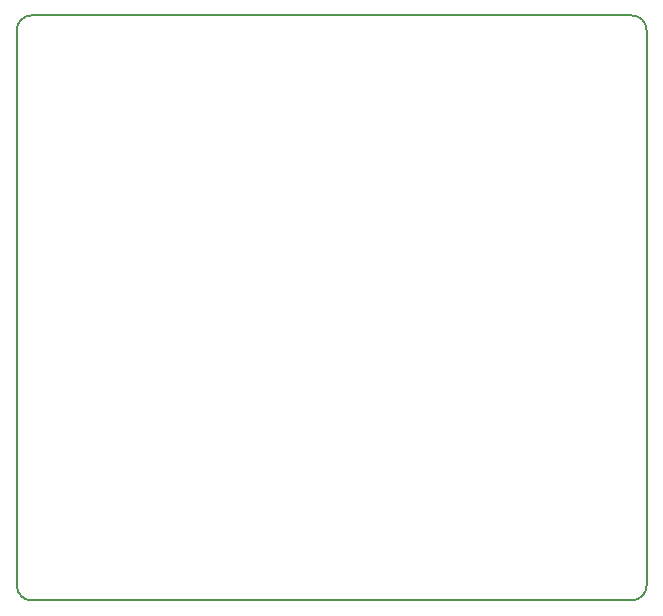
<source format=gbr>
G04 #@! TF.FileFunction,Profile,NP*
%FSLAX46Y46*%
G04 Gerber Fmt 4.6, Leading zero omitted, Abs format (unit mm)*
G04 Created by KiCad (PCBNEW 4.0.7) date 11/20/17 17:17:03*
%MOMM*%
%LPD*%
G01*
G04 APERTURE LIST*
%ADD10C,0.100000*%
%ADD11C,0.150000*%
G04 APERTURE END LIST*
D10*
D11*
X194310000Y-146050000D02*
X143510000Y-146050000D01*
X195580000Y-97790000D02*
X195580000Y-144780000D01*
X143510000Y-96520000D02*
X194310000Y-96520000D01*
X142240000Y-144780000D02*
X142240000Y-97790000D01*
X142240000Y-144780000D02*
G75*
G03X143510000Y-146050000I1270000J0D01*
G01*
X194310000Y-146050000D02*
G75*
G03X195580000Y-144780000I0J1270000D01*
G01*
X195580000Y-97790000D02*
G75*
G03X194310000Y-96520000I-1270000J0D01*
G01*
X143510000Y-96520000D02*
G75*
G03X142240000Y-97790000I0J-1270000D01*
G01*
M02*

</source>
